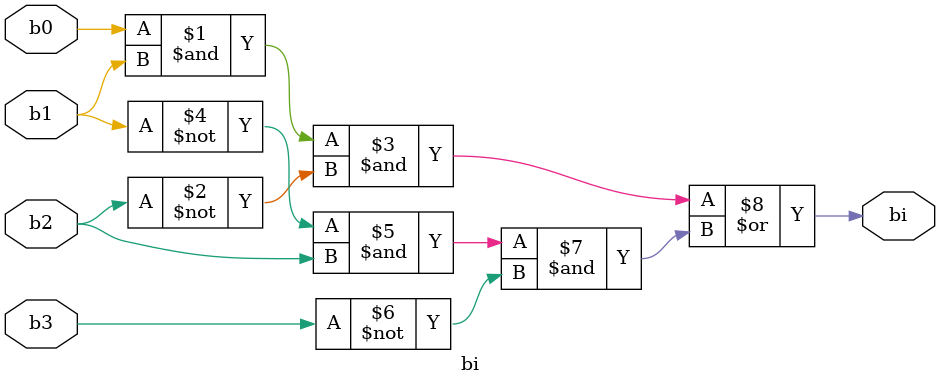
<source format=v>
/***************************************************************************
 *                                                                         *
 *   fib20.v - A 20-bit Fibonacchi counter.                                *
 *                                                                         *
 *   Copyright (C) 2007 by Patrick Suggate                                 *
 *   patrick@physics.otago.ac.nz                                           *
 *                                                                         *
 *   This program is free software; you can redistribute it and/or modify  *
 *   it under the terms of the GNU General Public License as published by  *
 *   the Free Software Foundation; either version 2 of the License, or     *
 *   (at your option) any later version.                                   *
 *                                                                         *
 *   This program is distributed in the hope that it will be useful,       *
 *   but WITHOUT ANY WARRANTY; without even the implied warranty of        *
 *   MERCHANTABILITY or FITNESS FOR A PARTICULAR PURPOSE.  See the         *
 *   GNU General Public License for more details.                          *
 *                                                                         *
 *   You should have received a copy of the GNU General Public License     *
 *   along with this program; if not, write to the                         *
 *   Free Software Foundation, Inc.,                                       *
 *   59 Temple Place - Suite 330, Boston, MA  02111-1307, USA.             *
 ***************************************************************************/

`timescale 1ns/100ps
module fib20 (
	count_i,
	count_o
);

input	[19:0]	count_i;
output	[19:0]	count_o;

wire	[19:0]	b	= count_i;

assign	count_o[0]	= ~b[0] | b[1];
assign	count_o[1]	= (~b[0] & b[1] & ~b[2]) | (b[0] & ~b[1]);

// TODO: `generate' block here.
// TODO: Icarus bug?
/*
genvar	ii;
generate
for (ii=2; ii<18; ii=ii+1)
begin : Fib_bits
	bi FIBBIT(b[(ii-2)], b[(ii-1)], b[ii], b[ii+1], count_o[ii]);
end
endgenerate
*/

bi FIBBITS[17:2] (
	.b0	(b[15:0]),
	.b1	(b[16:1]),
	.b2	(b[17:2]),
	.b3	(b[18:3]),
	.bi	(count_o[17:2])
);


assign	count_o[18]	= (~b[19] & b[18] & ~b[17]) | (~b[18] & b[17] & b[16]);
assign	count_o[19]	= b[19] | (b[18] & b[17]);

endmodule	// fib20


module bi (b0, b1, b2, b3, bi);

input	b0, b1, b2, b3;
output	bi;

assign	bi	= (b0 & b1 & ~b2) | (~b1 & b2 & ~b3);

endmodule	// bi

</source>
